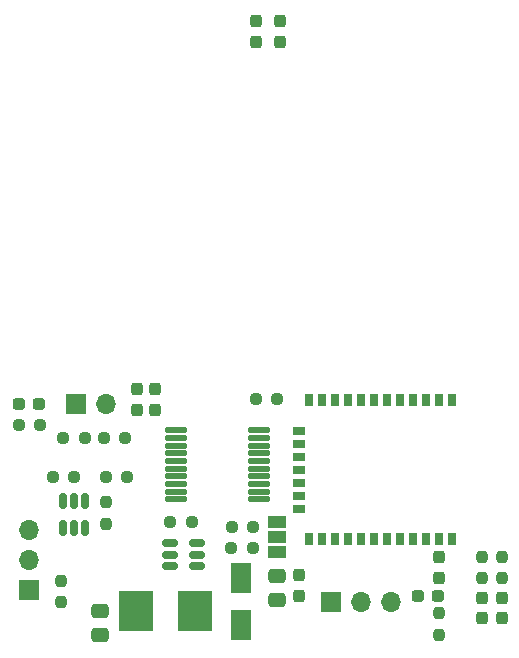
<source format=gts>
G04 #@! TF.GenerationSoftware,KiCad,Pcbnew,6.0.10*
G04 #@! TF.CreationDate,2023-11-17T15:38:02-06:00*
G04 #@! TF.ProjectId,sensor_sigfox_3,73656e73-6f72-45f7-9369-67666f785f33,rev?*
G04 #@! TF.SameCoordinates,Original*
G04 #@! TF.FileFunction,Soldermask,Top*
G04 #@! TF.FilePolarity,Negative*
%FSLAX46Y46*%
G04 Gerber Fmt 4.6, Leading zero omitted, Abs format (unit mm)*
G04 Created by KiCad (PCBNEW 6.0.10) date 2023-11-17 15:38:02*
%MOMM*%
%LPD*%
G01*
G04 APERTURE LIST*
G04 Aperture macros list*
%AMRoundRect*
0 Rectangle with rounded corners*
0 $1 Rounding radius*
0 $2 $3 $4 $5 $6 $7 $8 $9 X,Y pos of 4 corners*
0 Add a 4 corners polygon primitive as box body*
4,1,4,$2,$3,$4,$5,$6,$7,$8,$9,$2,$3,0*
0 Add four circle primitives for the rounded corners*
1,1,$1+$1,$2,$3*
1,1,$1+$1,$4,$5*
1,1,$1+$1,$6,$7*
1,1,$1+$1,$8,$9*
0 Add four rect primitives between the rounded corners*
20,1,$1+$1,$2,$3,$4,$5,0*
20,1,$1+$1,$4,$5,$6,$7,0*
20,1,$1+$1,$6,$7,$8,$9,0*
20,1,$1+$1,$8,$9,$2,$3,0*%
G04 Aperture macros list end*
%ADD10RoundRect,0.250000X0.475000X-0.337500X0.475000X0.337500X-0.475000X0.337500X-0.475000X-0.337500X0*%
%ADD11RoundRect,0.237500X-0.287500X-0.237500X0.287500X-0.237500X0.287500X0.237500X-0.287500X0.237500X0*%
%ADD12RoundRect,0.237500X-0.237500X0.250000X-0.237500X-0.250000X0.237500X-0.250000X0.237500X0.250000X0*%
%ADD13RoundRect,0.237500X0.250000X0.237500X-0.250000X0.237500X-0.250000X-0.237500X0.250000X-0.237500X0*%
%ADD14RoundRect,0.237500X-0.250000X-0.237500X0.250000X-0.237500X0.250000X0.237500X-0.250000X0.237500X0*%
%ADD15RoundRect,0.237500X0.237500X-0.250000X0.237500X0.250000X-0.237500X0.250000X-0.237500X-0.250000X0*%
%ADD16RoundRect,0.237500X-0.237500X0.300000X-0.237500X-0.300000X0.237500X-0.300000X0.237500X0.300000X0*%
%ADD17RoundRect,0.237500X0.237500X-0.300000X0.237500X0.300000X-0.237500X0.300000X-0.237500X-0.300000X0*%
%ADD18R,3.000000X3.500000*%
%ADD19R,1.700000X1.700000*%
%ADD20O,1.700000X1.700000*%
%ADD21R,1.800000X2.500000*%
%ADD22R,1.500000X1.000000*%
%ADD23R,0.700000X1.000000*%
%ADD24R,1.000000X0.700000*%
%ADD25RoundRect,0.237500X0.287500X0.237500X-0.287500X0.237500X-0.287500X-0.237500X0.287500X-0.237500X0*%
%ADD26RoundRect,0.237500X0.237500X-0.287500X0.237500X0.287500X-0.237500X0.287500X-0.237500X-0.287500X0*%
%ADD27RoundRect,0.150000X0.512500X0.150000X-0.512500X0.150000X-0.512500X-0.150000X0.512500X-0.150000X0*%
%ADD28RoundRect,0.150000X-0.150000X0.512500X-0.150000X-0.512500X0.150000X-0.512500X0.150000X0.512500X0*%
%ADD29RoundRect,0.125000X-0.825000X-0.125000X0.825000X-0.125000X0.825000X0.125000X-0.825000X0.125000X0*%
G04 APERTURE END LIST*
D10*
X109728000Y-107485000D03*
X109728000Y-105410000D03*
X124714000Y-104521000D03*
X124714000Y-102446000D03*
D11*
X136657000Y-104140000D03*
X138407000Y-104140000D03*
D12*
X138430000Y-105617000D03*
X138430000Y-107442000D03*
X143764000Y-100838000D03*
X143764000Y-102663000D03*
X142113000Y-100838000D03*
X142113000Y-102663000D03*
D13*
X122729000Y-98298000D03*
X120904000Y-98298000D03*
D14*
X120880500Y-100076000D03*
X122705500Y-100076000D03*
D12*
X110236000Y-96219000D03*
X110236000Y-98044000D03*
D13*
X112061000Y-94107000D03*
X110236000Y-94107000D03*
X107569000Y-94107000D03*
X105744000Y-94107000D03*
X104695000Y-89662000D03*
X102870000Y-89662000D03*
D14*
X115697000Y-97917000D03*
X117522000Y-97917000D03*
D13*
X124761000Y-87503000D03*
X122936000Y-87503000D03*
D14*
X106633000Y-90805000D03*
X108458000Y-90805000D03*
X110062000Y-90805000D03*
X111887000Y-90805000D03*
D15*
X106426000Y-104695000D03*
X106426000Y-102870000D03*
D16*
X138430000Y-100891000D03*
X138430000Y-102616000D03*
D17*
X122936000Y-57229000D03*
X122936000Y-55504000D03*
X124968000Y-57229000D03*
X124968000Y-55504000D03*
D16*
X114427000Y-86667000D03*
X114427000Y-88392000D03*
X112903000Y-86667000D03*
X112903000Y-88392000D03*
D17*
X126619000Y-104140000D03*
X126619000Y-102415000D03*
D18*
X117776000Y-105410000D03*
X112776000Y-105410000D03*
D19*
X129286000Y-104648000D03*
D20*
X131826000Y-104648000D03*
X134366000Y-104648000D03*
D21*
X121666000Y-102648000D03*
X121666000Y-106648000D03*
D19*
X103759000Y-103617000D03*
D20*
X103759000Y-101077000D03*
X103759000Y-98537000D03*
D19*
X107696000Y-87884000D03*
D20*
X110236000Y-87884000D03*
D22*
X124714000Y-100457000D03*
X124714000Y-99157000D03*
X124714000Y-97857000D03*
D23*
X139530000Y-87594000D03*
X138430000Y-87594000D03*
X137330000Y-87594000D03*
X136230000Y-87594000D03*
X135130000Y-87594000D03*
X134030000Y-87594000D03*
X132930000Y-87594000D03*
X131830000Y-87594000D03*
X130730000Y-87594000D03*
X129630000Y-87594000D03*
X128530000Y-87594000D03*
X127430000Y-87594000D03*
D24*
X126620000Y-90154000D03*
X126620000Y-91254000D03*
X126620000Y-92354000D03*
X126620000Y-93454000D03*
X126620000Y-94554000D03*
X126620000Y-95654000D03*
X126620000Y-96754000D03*
D23*
X127430000Y-99314000D03*
X128530000Y-99314000D03*
X129630000Y-99314000D03*
X130730000Y-99314000D03*
X131830000Y-99314000D03*
X132930000Y-99314000D03*
X134030000Y-99314000D03*
X135130000Y-99314000D03*
X136230000Y-99314000D03*
X137330000Y-99314000D03*
X138430000Y-99314000D03*
X139530000Y-99314000D03*
D25*
X104620000Y-87884000D03*
X102870000Y-87884000D03*
D26*
X142113000Y-106045000D03*
X142113000Y-104295000D03*
X143764000Y-106045000D03*
X143764000Y-104295000D03*
D27*
X117972000Y-101595000D03*
X117972000Y-100645000D03*
X117972000Y-99695000D03*
X115697000Y-99695000D03*
X115697000Y-100645000D03*
X115697000Y-101595000D03*
D28*
X108519000Y-96150000D03*
X107569000Y-96150000D03*
X106619000Y-96150000D03*
X106619000Y-98425000D03*
X107569000Y-98425000D03*
X108519000Y-98425000D03*
D29*
X116190000Y-90110000D03*
X116190000Y-90760000D03*
X116190000Y-91410000D03*
X116190000Y-92060000D03*
X116190000Y-92710000D03*
X116190000Y-93360000D03*
X116190000Y-94010000D03*
X116190000Y-94660000D03*
X116190000Y-95310000D03*
X116190000Y-95960000D03*
X123190000Y-95960000D03*
X123190000Y-95310000D03*
X123190000Y-94660000D03*
X123190000Y-94010000D03*
X123190000Y-93360000D03*
X123190000Y-92710000D03*
X123190000Y-92060000D03*
X123190000Y-91410000D03*
X123190000Y-90760000D03*
X123190000Y-90110000D03*
M02*

</source>
